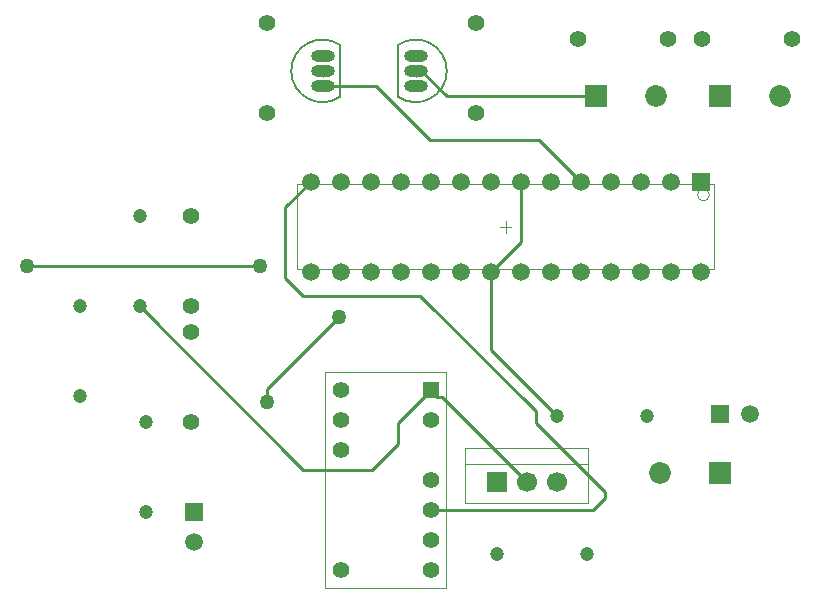
<source format=gbl>
G04*
G04 #@! TF.GenerationSoftware,Altium Limited,Altium Designer,20.2.6 (244)*
G04*
G04 Layer_Physical_Order=2*
G04 Layer_Color=16711680*
%FSLAX43Y43*%
%MOMM*%
G71*
G04*
G04 #@! TF.SameCoordinates,079793DD-F239-40BC-988E-7C0AFDBFEAAC*
G04*
G04*
G04 #@! TF.FilePolarity,Positive*
G04*
G01*
G75*
%ADD11C,0.200*%
%ADD15C,0.254*%
%ADD16C,0.100*%
%ADD17C,0.050*%
%ADD32O,2.000X1.000*%
%ADD33O,2.000X1.000*%
%ADD34R,1.850X1.850*%
%ADD35C,1.850*%
%ADD36C,1.400*%
%ADD37C,1.700*%
%ADD38R,1.700X1.700*%
%ADD39C,1.500*%
%ADD40R,1.500X1.500*%
%ADD41C,1.200*%
%ADD42R,1.500X1.500*%
%ADD43C,1.408*%
%ADD44R,1.408X1.408*%
%ADD45C,1.270*%
D11*
X35183Y44311D02*
G03*
X35183Y48653I1520J2171D01*
G01*
X30349D02*
G03*
X30349Y44311I-1520J-2171D01*
G01*
X35183D02*
Y48653D01*
X30349Y44311D02*
Y48653D01*
D15*
X24130Y19558D02*
X30226Y25654D01*
X24130Y18415D02*
Y19558D01*
X47117Y40640D02*
X50673Y37084D01*
X37887Y40640D02*
X47117D01*
X28829Y45212D02*
X33315D01*
X37887Y40640D01*
X37203Y46482D02*
X39362Y44323D01*
X51943D01*
X3810Y29972D02*
X23495D01*
X27178Y12700D02*
X32998D01*
X35197Y16655D02*
X37973Y19431D01*
X35197Y14899D02*
Y16655D01*
X32998Y12700D02*
X35197Y14899D01*
X13335Y26543D02*
X27178Y12700D01*
X37973Y9271D02*
X51689D01*
X52705Y10287D01*
X46863Y16637D02*
X52705Y10795D01*
Y10287D02*
Y10795D01*
X37084Y27432D02*
X46863Y17653D01*
Y16637D02*
Y17653D01*
X25654Y28956D02*
X27178Y27432D01*
X37084D01*
X25654Y34925D02*
X27813Y37084D01*
X25654Y28956D02*
Y34925D01*
X38931Y18854D02*
X46101Y11684D01*
X38550Y18854D02*
X38931D01*
X37973Y19431D02*
X38550Y18854D01*
X43053Y22860D02*
Y29464D01*
Y22860D02*
X48641Y17272D01*
X45593Y32004D02*
Y37084D01*
X43053Y29464D02*
X45593Y32004D01*
X36703Y46482D02*
X37203D01*
D16*
X61573Y35974D02*
G03*
X61573Y35974I-500J0D01*
G01*
X40901Y9934D02*
X51301D01*
X40901D02*
Y14534D01*
X40901D02*
X51301D01*
Y9934D02*
Y14534D01*
X40901Y13234D02*
X51301D01*
X26673Y29674D02*
Y36874D01*
X61973Y29674D02*
Y36874D01*
X26673Y29674D02*
X61973D01*
X26673Y36874D02*
X61973D01*
X36203Y46482D02*
X37203D01*
X36703Y45982D02*
Y46982D01*
X45601Y11684D02*
X46601D01*
X46101Y11184D02*
Y12184D01*
X28829Y45982D02*
Y46982D01*
X28329Y46482D02*
X29329D01*
X43823Y33274D02*
X44823D01*
X44323Y32774D02*
Y33774D01*
D17*
X29033Y2667D02*
Y21001D01*
X39293D01*
Y2667D02*
Y21001D01*
X29033Y2667D02*
X39293D01*
D32*
X36703Y45212D02*
D03*
X28829Y47752D02*
D03*
D33*
X36703Y46482D02*
D03*
Y47752D02*
D03*
X28829Y45212D02*
D03*
Y46482D02*
D03*
D34*
X51943Y44323D02*
D03*
X62484D02*
D03*
Y12446D02*
D03*
D35*
X57023Y44323D02*
D03*
X67564D02*
D03*
X57404Y12446D02*
D03*
D36*
X68580Y49149D02*
D03*
X60960D02*
D03*
X58039D02*
D03*
X50419D02*
D03*
X24130Y42926D02*
D03*
Y50546D02*
D03*
X41783D02*
D03*
Y42926D02*
D03*
X17653Y16764D02*
D03*
Y24384D02*
D03*
Y34163D02*
D03*
Y26543D02*
D03*
D37*
X48641Y11684D02*
D03*
X46101D02*
D03*
D38*
X43561D02*
D03*
D39*
X65024Y17399D02*
D03*
X27813Y29464D02*
D03*
X30353D02*
D03*
X32893D02*
D03*
X35433D02*
D03*
X37973D02*
D03*
X40513D02*
D03*
X43053D02*
D03*
X45593D02*
D03*
X48133D02*
D03*
X50673D02*
D03*
X53213D02*
D03*
X55753D02*
D03*
X58293D02*
D03*
X60833D02*
D03*
X27813Y37084D02*
D03*
X30353D02*
D03*
X32893D02*
D03*
X35433D02*
D03*
X37973D02*
D03*
X40513D02*
D03*
X43053D02*
D03*
X45593D02*
D03*
X48133D02*
D03*
X50673D02*
D03*
X53213D02*
D03*
X55753D02*
D03*
X58293D02*
D03*
X17907Y6604D02*
D03*
D40*
X62484Y17399D02*
D03*
D41*
X51181Y5588D02*
D03*
X43561D02*
D03*
X56261Y17272D02*
D03*
X48641D02*
D03*
X13843Y9144D02*
D03*
Y16764D02*
D03*
X13335Y26543D02*
D03*
Y34163D02*
D03*
X8255Y26543D02*
D03*
Y18923D02*
D03*
D42*
X60833Y37084D02*
D03*
X17907Y9144D02*
D03*
D43*
X37973Y11811D02*
D03*
Y16891D02*
D03*
Y9271D02*
D03*
X30353Y16891D02*
D03*
Y14351D02*
D03*
X37973Y6731D02*
D03*
X30353Y4191D02*
D03*
X37973D02*
D03*
X30353Y19431D02*
D03*
D44*
X37973D02*
D03*
D45*
X30226Y25654D02*
D03*
X3810Y29972D02*
D03*
X23495D02*
D03*
X24130Y18415D02*
D03*
M02*

</source>
